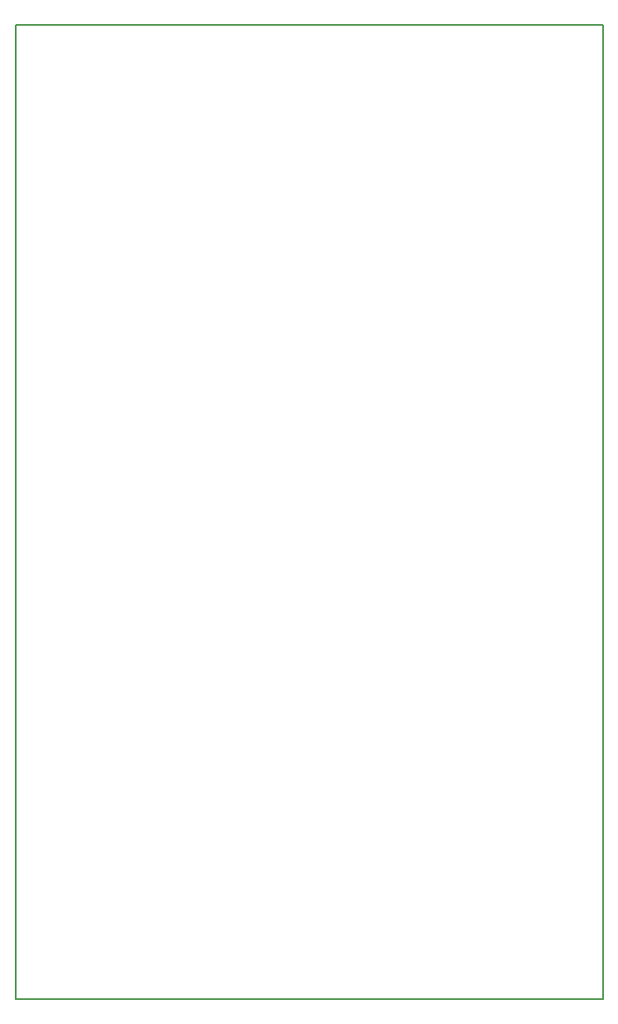
<source format=gbr>
G04 #@! TF.FileFunction,Profile,NP*
%FSLAX46Y46*%
G04 Gerber Fmt 4.6, Leading zero omitted, Abs format (unit mm)*
G04 Created by KiCad (PCBNEW 4.0.7) date 04/06/18 15:52:29*
%MOMM*%
%LPD*%
G01*
G04 APERTURE LIST*
%ADD10C,0.100000*%
%ADD11C,0.150000*%
G04 APERTURE END LIST*
D10*
D11*
X126238000Y-147320000D02*
X126746000Y-147320000D01*
X126238000Y-48006000D02*
X126238000Y-147320000D01*
X126746000Y-48006000D02*
X126238000Y-48006000D01*
X186182000Y-147320000D02*
X185674000Y-147320000D01*
X186182000Y-48006000D02*
X186182000Y-147320000D01*
X185674000Y-48006000D02*
X186182000Y-48006000D01*
X185674000Y-48006000D02*
X126746000Y-48006000D01*
X126746000Y-147320000D02*
X185674000Y-147320000D01*
M02*

</source>
